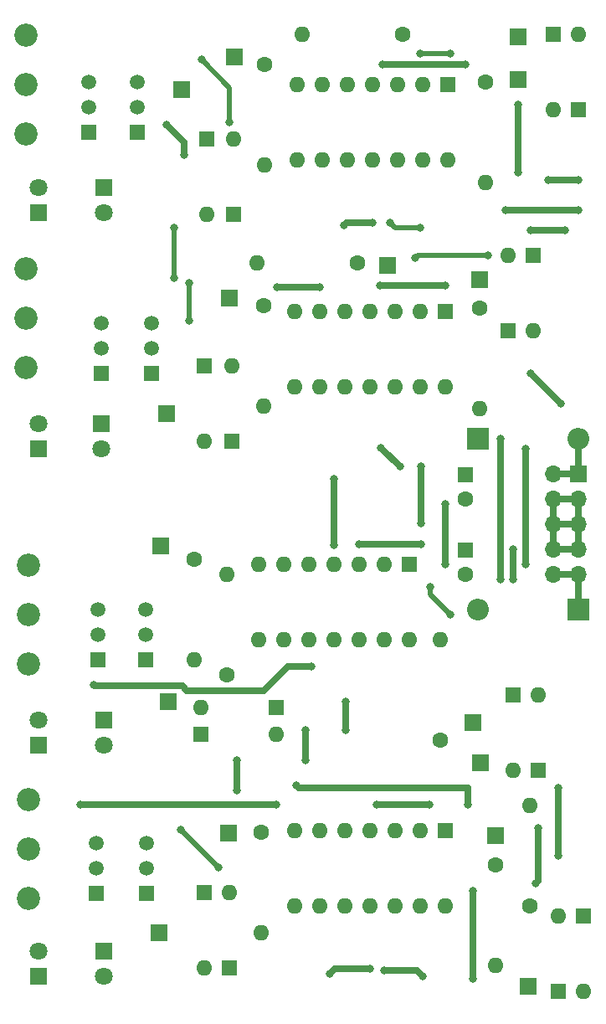
<source format=gbr>
%TF.GenerationSoftware,KiCad,Pcbnew,5.99.0+really5.1.10+dfsg1-1*%
%TF.CreationDate,2022-02-11T21:54:35+01:00*%
%TF.ProjectId,vierfach_LFO,76696572-6661-4636-985f-4c464f2e6b69,rev?*%
%TF.SameCoordinates,Original*%
%TF.FileFunction,Copper,L1,Top*%
%TF.FilePolarity,Positive*%
%FSLAX46Y46*%
G04 Gerber Fmt 4.6, Leading zero omitted, Abs format (unit mm)*
G04 Created by KiCad (PCBNEW 5.99.0+really5.1.10+dfsg1-1) date 2022-02-11 21:54:35*
%MOMM*%
%LPD*%
G01*
G04 APERTURE LIST*
%TA.AperFunction,ComponentPad*%
%ADD10C,2.340000*%
%TD*%
%TA.AperFunction,ComponentPad*%
%ADD11R,1.700000X1.700000*%
%TD*%
%TA.AperFunction,ComponentPad*%
%ADD12C,1.600000*%
%TD*%
%TA.AperFunction,ComponentPad*%
%ADD13R,1.600000X1.600000*%
%TD*%
%TA.AperFunction,ComponentPad*%
%ADD14O,2.200000X2.200000*%
%TD*%
%TA.AperFunction,ComponentPad*%
%ADD15R,2.200000X2.200000*%
%TD*%
%TA.AperFunction,ComponentPad*%
%ADD16R,1.800000X1.800000*%
%TD*%
%TA.AperFunction,ComponentPad*%
%ADD17C,1.800000*%
%TD*%
%TA.AperFunction,ComponentPad*%
%ADD18O,1.600000X1.600000*%
%TD*%
%TA.AperFunction,ComponentPad*%
%ADD19O,1.700000X1.700000*%
%TD*%
%TA.AperFunction,ComponentPad*%
%ADD20R,1.500000X1.500000*%
%TD*%
%TA.AperFunction,ComponentPad*%
%ADD21C,1.500000*%
%TD*%
%TA.AperFunction,ViaPad*%
%ADD22C,0.800000*%
%TD*%
%TA.AperFunction,Conductor*%
%ADD23C,0.700000*%
%TD*%
%TA.AperFunction,Conductor*%
%ADD24C,0.500000*%
%TD*%
G04 APERTURE END LIST*
D10*
%TO.P,R_freq501,1*%
%TO.N,Net-(R514-Pad2)*%
X62484000Y-119286000D03*
%TO.P,R_freq501,2*%
%TO.N,Net-(R521-Pad1)*%
X62484000Y-124286000D03*
%TO.P,R_freq501,3*%
%TO.N,Net-(R522-Pad2)*%
X62484000Y-129286000D03*
%TD*%
%TO.P,R_freq401,1*%
%TO.N,Net-(R414-Pad2)*%
X62484000Y-95584000D03*
%TO.P,R_freq401,2*%
%TO.N,Net-(R421-Pad1)*%
X62484000Y-100584000D03*
%TO.P,R_freq401,3*%
%TO.N,Net-(R422-Pad2)*%
X62484000Y-105584000D03*
%TD*%
%TO.P,R_freq301,1*%
%TO.N,Net-(R314-Pad2)*%
X62230000Y-65612000D03*
%TO.P,R_freq301,2*%
%TO.N,Net-(R321-Pad1)*%
X62230000Y-70612000D03*
%TO.P,R_freq301,3*%
%TO.N,Net-(R322-Pad2)*%
X62230000Y-75612000D03*
%TD*%
%TO.P,R_freq201,1*%
%TO.N,Net-(R214-Pad2)*%
X62230000Y-41990000D03*
%TO.P,R_freq201,2*%
%TO.N,Net-(R221-Pad1)*%
X62230000Y-46990000D03*
%TO.P,R_freq201,3*%
%TO.N,Net-(R222-Pad2)*%
X62230000Y-51990000D03*
%TD*%
D11*
%TO.P,J504,1*%
%TO.N,/LFO_voice_500/square*%
X113030000Y-138176000D03*
%TD*%
%TO.P,J503,1*%
%TO.N,/LFO_voice_500/triangle*%
X82677000Y-122682000D03*
%TD*%
%TO.P,J502,1*%
%TO.N,/LFO_voice_500/sine*%
X109728000Y-122936000D03*
%TD*%
%TO.P,J404,1*%
%TO.N,/LFO_voice_400/square*%
X108204000Y-115570000D03*
%TD*%
%TO.P,J403,1*%
%TO.N,/LFO_voice_400/triangle*%
X75819000Y-93599000D03*
%TD*%
%TO.P,J402,1*%
%TO.N,/LFO_voice_400/sine*%
X107442000Y-111506000D03*
%TD*%
%TO.P,J304,1*%
%TO.N,/LFO_voice_300/square*%
X98806000Y-65278000D03*
%TD*%
%TO.P,J303,1*%
%TO.N,/LFO_voice_300/triangle*%
X82804000Y-68580000D03*
%TD*%
%TO.P,J302,1*%
%TO.N,/LFO_voice_300/sine*%
X108077000Y-66675000D03*
%TD*%
%TO.P,J204,1*%
%TO.N,/LFO_voice_200/square*%
X112014000Y-42164000D03*
%TD*%
%TO.P,J203,1*%
%TO.N,/LFO_voice_200/triangle*%
X83312000Y-44196000D03*
%TD*%
%TO.P,J202,1*%
%TO.N,/LFO_voice_200/sine*%
X112014000Y-46482000D03*
%TD*%
D12*
%TO.P,C101,2*%
%TO.N,GND*%
X106680000Y-88900000D03*
D13*
%TO.P,C101,1*%
%TO.N,VCC*%
X106680000Y-86400000D03*
%TD*%
%TO.P,C102,1*%
%TO.N,GND*%
X106680000Y-94020000D03*
D12*
%TO.P,C102,2*%
%TO.N,VDD*%
X106680000Y-96520000D03*
%TD*%
D14*
%TO.P,D101,2*%
%TO.N,+12V*%
X118110000Y-82804000D03*
D15*
%TO.P,D101,1*%
%TO.N,VCC*%
X107950000Y-82804000D03*
%TD*%
%TO.P,D102,1*%
%TO.N,-12V*%
X118110000Y-100076000D03*
D14*
%TO.P,D102,2*%
%TO.N,VDD*%
X107950000Y-100076000D03*
%TD*%
D16*
%TO.P,D201,1*%
%TO.N,Net-(D201-Pad1)*%
X70104000Y-57404000D03*
D17*
%TO.P,D201,2*%
%TO.N,VCC*%
X70104000Y-59944000D03*
%TD*%
D13*
%TO.P,D202,1*%
%TO.N,GND*%
X80518000Y-52451000D03*
D18*
%TO.P,D202,2*%
%TO.N,Net-(D202-Pad2)*%
X80518000Y-60071000D03*
%TD*%
%TO.P,D203,2*%
%TO.N,GND*%
X83185000Y-52451000D03*
D13*
%TO.P,D203,1*%
%TO.N,Net-(D202-Pad2)*%
X83185000Y-60071000D03*
%TD*%
D17*
%TO.P,D204,2*%
%TO.N,Net-(D204-Pad2)*%
X63500000Y-57404000D03*
D16*
%TO.P,D204,1*%
%TO.N,VDD*%
X63500000Y-59944000D03*
%TD*%
D18*
%TO.P,D205,2*%
%TO.N,Net-(D205-Pad2)*%
X115570000Y-49530000D03*
D13*
%TO.P,D205,1*%
%TO.N,/LFO_voice_200/square*%
X115570000Y-41910000D03*
%TD*%
%TO.P,D206,1*%
%TO.N,Net-(D206-Pad1)*%
X118110000Y-49530000D03*
D18*
%TO.P,D206,2*%
%TO.N,/LFO_voice_200/square*%
X118110000Y-41910000D03*
%TD*%
D17*
%TO.P,D301,2*%
%TO.N,VCC*%
X69850000Y-83820000D03*
D16*
%TO.P,D301,1*%
%TO.N,Net-(D301-Pad1)*%
X69850000Y-81280000D03*
%TD*%
D13*
%TO.P,D302,1*%
%TO.N,GND*%
X80264000Y-75438000D03*
D18*
%TO.P,D302,2*%
%TO.N,Net-(D302-Pad2)*%
X80264000Y-83058000D03*
%TD*%
%TO.P,D303,2*%
%TO.N,GND*%
X83058000Y-75438000D03*
D13*
%TO.P,D303,1*%
%TO.N,Net-(D302-Pad2)*%
X83058000Y-83058000D03*
%TD*%
D17*
%TO.P,D304,2*%
%TO.N,Net-(D304-Pad2)*%
X63500000Y-81280000D03*
D16*
%TO.P,D304,1*%
%TO.N,VDD*%
X63500000Y-83820000D03*
%TD*%
D13*
%TO.P,D305,1*%
%TO.N,/LFO_voice_300/square*%
X113538000Y-64262000D03*
D18*
%TO.P,D305,2*%
%TO.N,Net-(D305-Pad2)*%
X113538000Y-71882000D03*
%TD*%
%TO.P,D306,2*%
%TO.N,/LFO_voice_300/square*%
X110998000Y-64262000D03*
D13*
%TO.P,D306,1*%
%TO.N,Net-(D306-Pad1)*%
X110998000Y-71882000D03*
%TD*%
D16*
%TO.P,D401,1*%
%TO.N,Net-(D401-Pad1)*%
X70104000Y-111252000D03*
D17*
%TO.P,D401,2*%
%TO.N,VCC*%
X70104000Y-113792000D03*
%TD*%
D13*
%TO.P,D402,1*%
%TO.N,GND*%
X79883000Y-112649000D03*
D18*
%TO.P,D402,2*%
%TO.N,Net-(D402-Pad2)*%
X87503000Y-112649000D03*
%TD*%
%TO.P,D403,2*%
%TO.N,GND*%
X79883000Y-109982000D03*
D13*
%TO.P,D403,1*%
%TO.N,Net-(D402-Pad2)*%
X87503000Y-109982000D03*
%TD*%
D16*
%TO.P,D404,1*%
%TO.N,VDD*%
X63500000Y-113792000D03*
D17*
%TO.P,D404,2*%
%TO.N,Net-(D404-Pad2)*%
X63500000Y-111252000D03*
%TD*%
D18*
%TO.P,D405,2*%
%TO.N,Net-(D405-Pad2)*%
X114046000Y-108712000D03*
D13*
%TO.P,D405,1*%
%TO.N,/LFO_voice_400/square*%
X114046000Y-116332000D03*
%TD*%
%TO.P,D406,1*%
%TO.N,Net-(D406-Pad1)*%
X111506000Y-108712000D03*
D18*
%TO.P,D406,2*%
%TO.N,/LFO_voice_400/square*%
X111506000Y-116332000D03*
%TD*%
D16*
%TO.P,D501,1*%
%TO.N,Net-(D501-Pad1)*%
X70104000Y-134620000D03*
D17*
%TO.P,D501,2*%
%TO.N,VCC*%
X70104000Y-137160000D03*
%TD*%
D18*
%TO.P,D502,2*%
%TO.N,Net-(D502-Pad2)*%
X80264000Y-136271000D03*
D13*
%TO.P,D502,1*%
%TO.N,GND*%
X80264000Y-128651000D03*
%TD*%
%TO.P,D503,1*%
%TO.N,Net-(D502-Pad2)*%
X82804000Y-136271000D03*
D18*
%TO.P,D503,2*%
%TO.N,GND*%
X82804000Y-128651000D03*
%TD*%
D17*
%TO.P,D504,2*%
%TO.N,Net-(D504-Pad2)*%
X63500000Y-134620000D03*
D16*
%TO.P,D504,1*%
%TO.N,VDD*%
X63500000Y-137160000D03*
%TD*%
D18*
%TO.P,D505,2*%
%TO.N,Net-(D505-Pad2)*%
X116078000Y-131064000D03*
D13*
%TO.P,D505,1*%
%TO.N,/LFO_voice_500/square*%
X116078000Y-138684000D03*
%TD*%
%TO.P,D506,1*%
%TO.N,Net-(D506-Pad1)*%
X118618000Y-131064000D03*
D18*
%TO.P,D506,2*%
%TO.N,/LFO_voice_500/square*%
X118618000Y-138684000D03*
%TD*%
D11*
%TO.P,J101,1*%
%TO.N,+12V*%
X118110000Y-86360000D03*
D19*
%TO.P,J101,2*%
X115570000Y-86360000D03*
%TO.P,J101,3*%
%TO.N,GND*%
X118110000Y-88900000D03*
%TO.P,J101,4*%
X115570000Y-88900000D03*
%TO.P,J101,5*%
X118110000Y-91440000D03*
%TO.P,J101,6*%
X115570000Y-91440000D03*
%TO.P,J101,7*%
X118110000Y-93980000D03*
%TO.P,J101,8*%
X115570000Y-93980000D03*
%TO.P,J101,9*%
%TO.N,-12V*%
X118110000Y-96520000D03*
%TO.P,J101,10*%
X115570000Y-96520000D03*
%TD*%
D11*
%TO.P,J201,1*%
%TO.N,Net-(J201-Pad1)*%
X77978000Y-47498000D03*
%TD*%
%TO.P,J301,1*%
%TO.N,Net-(J301-Pad1)*%
X76454000Y-80264000D03*
%TD*%
%TO.P,J401,1*%
%TO.N,Net-(J401-Pad1)*%
X76581000Y-109347000D03*
%TD*%
%TO.P,J501,1*%
%TO.N,Net-(J501-Pad1)*%
X75692000Y-132715000D03*
%TD*%
D20*
%TO.P,Q201,1*%
%TO.N,Net-(Q201-Pad1)*%
X73525001Y-51816000D03*
D21*
%TO.P,Q201,3*%
%TO.N,GND*%
X73525001Y-46736000D03*
%TO.P,Q201,2*%
%TO.N,Net-(Q201-Pad2)*%
X73525001Y-49276000D03*
%TD*%
D20*
%TO.P,Q202,1*%
%TO.N,Net-(Q202-Pad1)*%
X68580000Y-51816000D03*
D21*
%TO.P,Q202,3*%
%TO.N,GND*%
X68580000Y-46736000D03*
%TO.P,Q202,2*%
%TO.N,Net-(Q201-Pad2)*%
X68580000Y-49276000D03*
%TD*%
D20*
%TO.P,Q301,1*%
%TO.N,Net-(Q301-Pad1)*%
X74930000Y-76200000D03*
D21*
%TO.P,Q301,3*%
%TO.N,GND*%
X74930000Y-71120000D03*
%TO.P,Q301,2*%
%TO.N,Net-(Q301-Pad2)*%
X74930000Y-73660000D03*
%TD*%
%TO.P,Q302,2*%
%TO.N,Net-(Q301-Pad2)*%
X69850000Y-73660000D03*
%TO.P,Q302,3*%
%TO.N,GND*%
X69850000Y-71120000D03*
D20*
%TO.P,Q302,1*%
%TO.N,Net-(Q302-Pad1)*%
X69850000Y-76200000D03*
%TD*%
%TO.P,Q401,1*%
%TO.N,Net-(Q401-Pad1)*%
X74295000Y-105156000D03*
D21*
%TO.P,Q401,3*%
%TO.N,GND*%
X74295000Y-100076000D03*
%TO.P,Q401,2*%
%TO.N,Net-(Q401-Pad2)*%
X74295000Y-102616000D03*
%TD*%
%TO.P,Q402,2*%
%TO.N,Net-(Q401-Pad2)*%
X69469000Y-102616000D03*
%TO.P,Q402,3*%
%TO.N,GND*%
X69469000Y-100076000D03*
D20*
%TO.P,Q402,1*%
%TO.N,Net-(Q402-Pad1)*%
X69469000Y-105156000D03*
%TD*%
D21*
%TO.P,Q501,2*%
%TO.N,Net-(Q501-Pad2)*%
X74422000Y-126238000D03*
%TO.P,Q501,3*%
%TO.N,GND*%
X74422000Y-123698000D03*
D20*
%TO.P,Q501,1*%
%TO.N,Net-(Q501-Pad1)*%
X74422000Y-128778000D03*
%TD*%
D21*
%TO.P,Q502,2*%
%TO.N,Net-(Q501-Pad2)*%
X69342000Y-126238000D03*
%TO.P,Q502,3*%
%TO.N,GND*%
X69342000Y-123698000D03*
D20*
%TO.P,Q502,1*%
%TO.N,Net-(Q502-Pad1)*%
X69342000Y-128778000D03*
%TD*%
D18*
%TO.P,R204,2*%
%TO.N,Net-(R202-Pad2)*%
X108712000Y-56896000D03*
D12*
%TO.P,R204,1*%
%TO.N,/LFO_voice_200/sine*%
X108712000Y-46736000D03*
%TD*%
%TO.P,R211,1*%
%TO.N,/LFO_voice_200/triangle*%
X86360000Y-44958000D03*
D18*
%TO.P,R211,2*%
%TO.N,Net-(R211-Pad2)*%
X86360000Y-55118000D03*
%TD*%
D12*
%TO.P,R214,1*%
%TO.N,/LFO_voice_200/square*%
X100330000Y-41910000D03*
D18*
%TO.P,R214,2*%
%TO.N,Net-(R214-Pad2)*%
X90170000Y-41910000D03*
%TD*%
%TO.P,R304,2*%
%TO.N,Net-(R302-Pad2)*%
X108077000Y-79756000D03*
D12*
%TO.P,R304,1*%
%TO.N,/LFO_voice_300/sine*%
X108077000Y-69596000D03*
%TD*%
%TO.P,R311,1*%
%TO.N,/LFO_voice_300/triangle*%
X86233000Y-69342000D03*
D18*
%TO.P,R311,2*%
%TO.N,Net-(R311-Pad2)*%
X86233000Y-79502000D03*
%TD*%
%TO.P,R314,2*%
%TO.N,Net-(R314-Pad2)*%
X85598000Y-65024000D03*
D12*
%TO.P,R314,1*%
%TO.N,/LFO_voice_300/square*%
X95758000Y-65024000D03*
%TD*%
%TO.P,R404,1*%
%TO.N,/LFO_voice_400/sine*%
X104140000Y-113284000D03*
D18*
%TO.P,R404,2*%
%TO.N,Net-(R402-Pad2)*%
X104140000Y-103124000D03*
%TD*%
%TO.P,R411,2*%
%TO.N,Net-(R411-Pad2)*%
X79248000Y-105156000D03*
D12*
%TO.P,R411,1*%
%TO.N,/LFO_voice_400/triangle*%
X79248000Y-94996000D03*
%TD*%
%TO.P,R414,1*%
%TO.N,/LFO_voice_400/square*%
X82550000Y-106680000D03*
D18*
%TO.P,R414,2*%
%TO.N,Net-(R414-Pad2)*%
X82550000Y-96520000D03*
%TD*%
%TO.P,R504,2*%
%TO.N,Net-(R502-Pad2)*%
X109728000Y-136017000D03*
D12*
%TO.P,R504,1*%
%TO.N,/LFO_voice_500/sine*%
X109728000Y-125857000D03*
%TD*%
%TO.P,R511,1*%
%TO.N,/LFO_voice_500/triangle*%
X85979000Y-122555000D03*
D18*
%TO.P,R511,2*%
%TO.N,Net-(R511-Pad2)*%
X85979000Y-132715000D03*
%TD*%
%TO.P,R514,2*%
%TO.N,Net-(R514-Pad2)*%
X113157000Y-119888000D03*
D12*
%TO.P,R514,1*%
%TO.N,/LFO_voice_500/square*%
X113157000Y-130048000D03*
%TD*%
D13*
%TO.P,U201,1*%
%TO.N,Net-(C203-Pad1)*%
X104902000Y-46990000D03*
D18*
%TO.P,U201,8*%
%TO.N,Net-(R211-Pad2)*%
X89662000Y-54610000D03*
%TO.P,U201,2*%
%TO.N,Net-(C203-Pad2)*%
X102362000Y-46990000D03*
%TO.P,U201,9*%
%TO.N,Net-(R212-Pad1)*%
X92202000Y-54610000D03*
%TO.P,U201,3*%
%TO.N,GND*%
X99822000Y-46990000D03*
%TO.P,U201,10*%
%TO.N,Net-(C203-Pad1)*%
X94742000Y-54610000D03*
%TO.P,U201,4*%
%TO.N,VCC*%
X97282000Y-46990000D03*
%TO.P,U201,11*%
%TO.N,VDD*%
X97282000Y-54610000D03*
%TO.P,U201,5*%
%TO.N,Net-(R215-Pad1)*%
X94742000Y-46990000D03*
%TO.P,U201,12*%
%TO.N,Net-(R205-Pad1)*%
X99822000Y-54610000D03*
%TO.P,U201,6*%
%TO.N,GND*%
X92202000Y-46990000D03*
%TO.P,U201,13*%
%TO.N,Net-(R201-Pad1)*%
X102362000Y-54610000D03*
%TO.P,U201,7*%
%TO.N,Net-(R214-Pad2)*%
X89662000Y-46990000D03*
%TO.P,U201,14*%
%TO.N,Net-(R202-Pad2)*%
X104902000Y-54610000D03*
%TD*%
%TO.P,U301,14*%
%TO.N,Net-(R302-Pad2)*%
X104668000Y-77540000D03*
%TO.P,U301,7*%
%TO.N,Net-(R314-Pad2)*%
X89428000Y-69920000D03*
%TO.P,U301,13*%
%TO.N,Net-(R301-Pad1)*%
X102128000Y-77540000D03*
%TO.P,U301,6*%
%TO.N,GND*%
X91968000Y-69920000D03*
%TO.P,U301,12*%
%TO.N,Net-(R305-Pad1)*%
X99588000Y-77540000D03*
%TO.P,U301,5*%
%TO.N,Net-(R315-Pad1)*%
X94508000Y-69920000D03*
%TO.P,U301,11*%
%TO.N,VDD*%
X97048000Y-77540000D03*
%TO.P,U301,4*%
%TO.N,VCC*%
X97048000Y-69920000D03*
%TO.P,U301,10*%
%TO.N,Net-(C303-Pad1)*%
X94508000Y-77540000D03*
%TO.P,U301,3*%
%TO.N,GND*%
X99588000Y-69920000D03*
%TO.P,U301,9*%
%TO.N,Net-(R312-Pad1)*%
X91968000Y-77540000D03*
%TO.P,U301,2*%
%TO.N,Net-(C303-Pad2)*%
X102128000Y-69920000D03*
%TO.P,U301,8*%
%TO.N,Net-(R311-Pad2)*%
X89428000Y-77540000D03*
D13*
%TO.P,U301,1*%
%TO.N,Net-(C303-Pad1)*%
X104668000Y-69920000D03*
%TD*%
D18*
%TO.P,U401,14*%
%TO.N,Net-(R402-Pad2)*%
X101016000Y-103112000D03*
%TO.P,U401,7*%
%TO.N,Net-(R414-Pad2)*%
X85776000Y-95492000D03*
%TO.P,U401,13*%
%TO.N,Net-(R401-Pad1)*%
X98476000Y-103112000D03*
%TO.P,U401,6*%
%TO.N,GND*%
X88316000Y-95492000D03*
%TO.P,U401,12*%
%TO.N,Net-(R405-Pad1)*%
X95936000Y-103112000D03*
%TO.P,U401,5*%
%TO.N,Net-(R415-Pad1)*%
X90856000Y-95492000D03*
%TO.P,U401,11*%
%TO.N,VDD*%
X93396000Y-103112000D03*
%TO.P,U401,4*%
%TO.N,VCC*%
X93396000Y-95492000D03*
%TO.P,U401,10*%
%TO.N,Net-(C403-Pad1)*%
X90856000Y-103112000D03*
%TO.P,U401,3*%
%TO.N,GND*%
X95936000Y-95492000D03*
%TO.P,U401,9*%
%TO.N,Net-(R412-Pad1)*%
X88316000Y-103112000D03*
%TO.P,U401,2*%
%TO.N,Net-(C403-Pad2)*%
X98476000Y-95492000D03*
%TO.P,U401,8*%
%TO.N,Net-(R411-Pad2)*%
X85776000Y-103112000D03*
D13*
%TO.P,U401,1*%
%TO.N,Net-(C403-Pad1)*%
X101016000Y-95492000D03*
%TD*%
%TO.P,U501,1*%
%TO.N,Net-(C503-Pad1)*%
X104648000Y-122428000D03*
D18*
%TO.P,U501,8*%
%TO.N,Net-(R511-Pad2)*%
X89408000Y-130048000D03*
%TO.P,U501,2*%
%TO.N,Net-(C503-Pad2)*%
X102108000Y-122428000D03*
%TO.P,U501,9*%
%TO.N,Net-(R512-Pad1)*%
X91948000Y-130048000D03*
%TO.P,U501,3*%
%TO.N,GND*%
X99568000Y-122428000D03*
%TO.P,U501,10*%
%TO.N,Net-(C503-Pad1)*%
X94488000Y-130048000D03*
%TO.P,U501,4*%
%TO.N,VCC*%
X97028000Y-122428000D03*
%TO.P,U501,11*%
%TO.N,VDD*%
X97028000Y-130048000D03*
%TO.P,U501,5*%
%TO.N,Net-(R515-Pad1)*%
X94488000Y-122428000D03*
%TO.P,U501,12*%
%TO.N,Net-(R505-Pad1)*%
X99568000Y-130048000D03*
%TO.P,U501,6*%
%TO.N,GND*%
X91948000Y-122428000D03*
%TO.P,U501,13*%
%TO.N,Net-(R501-Pad1)*%
X102108000Y-130048000D03*
%TO.P,U501,7*%
%TO.N,Net-(R514-Pad2)*%
X89408000Y-122428000D03*
%TO.P,U501,14*%
%TO.N,Net-(R502-Pad2)*%
X104648000Y-130048000D03*
%TD*%
D22*
%TO.N,GND*%
X98425000Y-136525000D03*
X97028000Y-136398000D03*
X102108000Y-61468000D03*
X98149500Y-83671500D03*
X94572000Y-109390000D03*
X100076000Y-85598000D03*
X102203000Y-85598000D03*
X102203000Y-91345000D03*
X77216000Y-66548000D03*
X77216000Y-61468000D03*
X103124000Y-97790000D03*
X105156000Y-100584000D03*
X94572000Y-112225000D03*
X91968000Y-67457000D03*
X87650000Y-67457000D03*
X94404000Y-61171000D03*
X97282000Y-60960000D03*
X99060000Y-60960000D03*
X116713000Y-61722000D03*
X113284000Y-61722000D03*
X111506000Y-93980000D03*
X111506000Y-97028000D03*
X114046000Y-122174000D03*
X114046000Y-122174000D03*
X113792000Y-127762000D03*
X102362000Y-137160000D03*
X92964000Y-136906000D03*
X90467000Y-112225000D03*
X90467000Y-115273000D03*
X83523000Y-115273000D03*
X83523000Y-118321000D03*
X112014000Y-55880000D03*
X112014000Y-49022000D03*
X78232000Y-54102000D03*
X76454000Y-51054000D03*
X95936000Y-93421000D03*
X102159000Y-93421000D03*
X78740000Y-70866000D03*
X78740000Y-70866000D03*
X78740000Y-67056000D03*
%TO.N,VCC*%
X110236000Y-82804000D03*
X110236000Y-97028000D03*
X116078000Y-118110000D03*
X116078000Y-124968000D03*
X106680000Y-44958000D03*
X98298000Y-44958000D03*
X93396000Y-93548000D03*
X93396000Y-86792000D03*
%TO.N,VDD*%
X112776000Y-83820000D03*
X115062000Y-56642000D03*
X118110000Y-56642000D03*
X118110000Y-59690000D03*
X112776000Y-95504000D03*
X107442000Y-128524000D03*
X107442000Y-137414000D03*
X116332000Y-79248000D03*
X113284000Y-76200000D03*
X104648000Y-95504000D03*
X104648000Y-95504000D03*
X104648000Y-89408000D03*
X110744000Y-59690000D03*
X91059000Y-105791000D03*
X69088000Y-107696000D03*
X69088000Y-107696000D03*
%TO.N,Net-(C203-Pad1)*%
X102108000Y-43808000D03*
X102108000Y-43808000D03*
X105149000Y-43808000D03*
%TO.N,Net-(C203-Pad2)*%
X82825990Y-50778010D03*
X80010000Y-44450000D03*
%TO.N,Net-(C303-Pad1)*%
X98044000Y-67310000D03*
X104648000Y-67310000D03*
%TO.N,Net-(C503-Pad1)*%
X97663000Y-119761000D03*
X102997000Y-119761000D03*
%TO.N,Net-(C503-Pad2)*%
X81682990Y-126089010D03*
X77894980Y-122301000D03*
%TO.N,/LFO_voice_300/square*%
X101600000Y-64516000D03*
X108966000Y-64262000D03*
%TO.N,Net-(R514-Pad2)*%
X106934000Y-119761000D03*
X89535000Y-117856000D03*
X87503000Y-119761000D03*
X67691000Y-119761000D03*
%TD*%
D23*
%TO.N,GND*%
X115570000Y-88900000D02*
X118110000Y-88900000D01*
X118110000Y-88900000D02*
X118110000Y-91440000D01*
X118110000Y-91440000D02*
X115570000Y-91440000D01*
X115570000Y-88900000D02*
X115570000Y-91440000D01*
X115570000Y-91440000D02*
X115570000Y-93980000D01*
X115570000Y-93980000D02*
X118110000Y-93980000D01*
X118110000Y-93980000D02*
X118110000Y-91440000D01*
X106720000Y-93980000D02*
X106680000Y-94020000D01*
X98149500Y-83671500D02*
X100076000Y-85598000D01*
X102203000Y-85598000D02*
X102203000Y-91345000D01*
D24*
X77216000Y-66548000D02*
X77216000Y-61468000D01*
X103124000Y-97790000D02*
X103124000Y-98552000D01*
X103124000Y-98552000D02*
X105156000Y-100584000D01*
D23*
X94572000Y-109390000D02*
X94572000Y-112225000D01*
X91968000Y-67457000D02*
X87650000Y-67457000D01*
X94615000Y-60960000D02*
X94404000Y-61171000D01*
X97282000Y-60960000D02*
X94615000Y-60960000D01*
D24*
X102108000Y-61468000D02*
X99568000Y-61468000D01*
X99568000Y-61468000D02*
X99060000Y-60960000D01*
D23*
X116713000Y-61722000D02*
X113284000Y-61722000D01*
X111506000Y-93980000D02*
X111506000Y-94234000D01*
X111506000Y-94234000D02*
X111506000Y-97028000D01*
X114046000Y-122174000D02*
X114046000Y-127508000D01*
X114046000Y-127508000D02*
X113792000Y-127762000D01*
X98425000Y-136525000D02*
X101727000Y-136525000D01*
X101727000Y-136525000D02*
X102362000Y-137160000D01*
X97028000Y-136398000D02*
X93472000Y-136398000D01*
X93472000Y-136398000D02*
X92964000Y-136906000D01*
X90467000Y-112225000D02*
X90467000Y-115273000D01*
X83523000Y-115273000D02*
X83523000Y-118321000D01*
X112014000Y-55880000D02*
X112014000Y-49022000D01*
X78232000Y-54102000D02*
X78232000Y-52832000D01*
X78232000Y-52832000D02*
X76454000Y-51054000D01*
X95936000Y-93421000D02*
X102159000Y-93421000D01*
D24*
X78740000Y-70866000D02*
X78740000Y-67056000D01*
D23*
%TO.N,VCC*%
X110236000Y-82804000D02*
X110236000Y-97028000D01*
X116078000Y-118110000D02*
X116078000Y-124968000D01*
X106680000Y-44958000D02*
X98298000Y-44958000D01*
X93396000Y-93548000D02*
X93396000Y-86792000D01*
%TO.N,VDD*%
X115062000Y-56642000D02*
X118110000Y-56642000D01*
X112776000Y-95504000D02*
X112776000Y-83820000D01*
X107442000Y-128524000D02*
X107442000Y-137414000D01*
X116332000Y-79248000D02*
X113284000Y-76200000D01*
X104648000Y-95504000D02*
X104648000Y-89408000D01*
X118110000Y-59690000D02*
X110744000Y-59690000D01*
X78514003Y-108230001D02*
X78031001Y-107746999D01*
X88743998Y-105791000D02*
X86304997Y-108230001D01*
X86304997Y-108230001D02*
X78514003Y-108230001D01*
X91059000Y-105791000D02*
X88743998Y-105791000D01*
X78031001Y-107746999D02*
X69138999Y-107746999D01*
X69138999Y-107746999D02*
X69088000Y-107696000D01*
D24*
%TO.N,Net-(C203-Pad1)*%
X102108000Y-43808000D02*
X105149000Y-43808000D01*
%TO.N,Net-(C203-Pad2)*%
X82825990Y-50778010D02*
X82825990Y-47265990D01*
X82825990Y-47265990D02*
X80010000Y-44450000D01*
D23*
%TO.N,Net-(C303-Pad1)*%
X98044000Y-67310000D02*
X104648000Y-67310000D01*
%TO.N,Net-(C503-Pad1)*%
X97663000Y-119761000D02*
X102997000Y-119761000D01*
D24*
%TO.N,Net-(C503-Pad2)*%
X81682990Y-126089010D02*
X77894980Y-122301000D01*
D23*
%TO.N,+12V*%
X115570000Y-86360000D02*
X118110000Y-86360000D01*
X118110000Y-86360000D02*
X118110000Y-82804000D01*
%TO.N,-12V*%
X115570000Y-96520000D02*
X118110000Y-96520000D01*
X118110000Y-96520000D02*
X118110000Y-100076000D01*
D24*
%TO.N,/LFO_voice_300/square*%
X101854000Y-64262000D02*
X101600000Y-64516000D01*
X108966000Y-64262000D02*
X101854000Y-64262000D01*
D23*
%TO.N,Net-(R514-Pad2)*%
X106934000Y-119761000D02*
X106934000Y-118110000D01*
X106934000Y-118110000D02*
X89789000Y-118110000D01*
X89789000Y-118110000D02*
X89535000Y-117856000D01*
X87503000Y-119761000D02*
X67691000Y-119761000D01*
%TD*%
M02*

</source>
